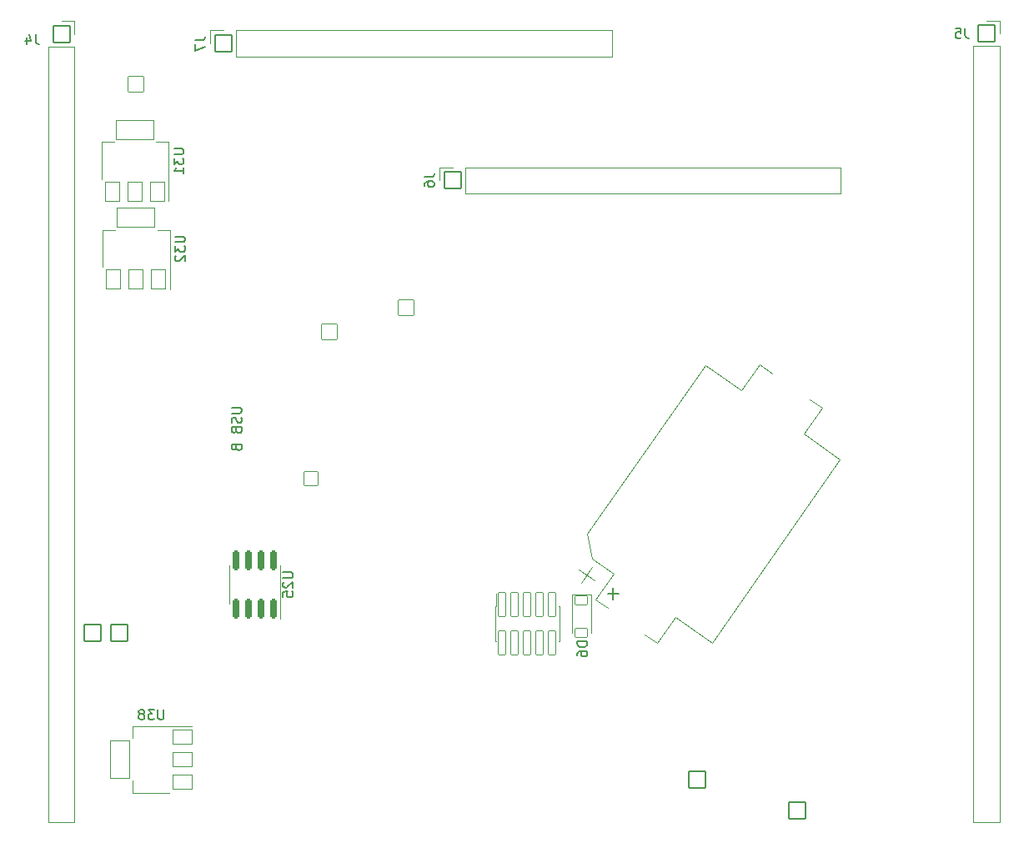
<source format=gbr>
%TF.GenerationSoftware,KiCad,Pcbnew,(6.0.1)*%
%TF.CreationDate,2023-10-27T01:40:01+01:00*%
%TF.ProjectId,polygonus-Shortage-Version,706f6c79-676f-46e7-9573-2d53686f7274,rev?*%
%TF.SameCoordinates,Original*%
%TF.FileFunction,Legend,Bot*%
%TF.FilePolarity,Positive*%
%FSLAX46Y46*%
G04 Gerber Fmt 4.6, Leading zero omitted, Abs format (unit mm)*
G04 Created by KiCad (PCBNEW (6.0.1)) date 2023-10-27 01:40:01*
%MOMM*%
%LPD*%
G01*
G04 APERTURE LIST*
G04 Aperture macros list*
%AMRoundRect*
0 Rectangle with rounded corners*
0 $1 Rounding radius*
0 $2 $3 $4 $5 $6 $7 $8 $9 X,Y pos of 4 corners*
0 Add a 4 corners polygon primitive as box body*
4,1,4,$2,$3,$4,$5,$6,$7,$8,$9,$2,$3,0*
0 Add four circle primitives for the rounded corners*
1,1,$1+$1,$2,$3*
1,1,$1+$1,$4,$5*
1,1,$1+$1,$6,$7*
1,1,$1+$1,$8,$9*
0 Add four rect primitives between the rounded corners*
20,1,$1+$1,$2,$3,$4,$5,0*
20,1,$1+$1,$4,$5,$6,$7,0*
20,1,$1+$1,$6,$7,$8,$9,0*
20,1,$1+$1,$8,$9,$2,$3,0*%
G04 Aperture macros list end*
%ADD10C,0.150000*%
%ADD11C,0.200000*%
%ADD12C,0.120000*%
%ADD13RoundRect,0.048000X-0.850000X-0.850000X0.850000X-0.850000X0.850000X0.850000X-0.850000X0.850000X0*%
%ADD14RoundRect,0.048000X0.800000X0.800000X-0.800000X0.800000X-0.800000X-0.800000X0.800000X-0.800000X0*%
%ADD15C,1.696000*%
%ADD16RoundRect,0.048000X0.850000X-0.850000X0.850000X0.850000X-0.850000X0.850000X-0.850000X-0.850000X0*%
%ADD17O,1.796000X1.796000*%
%ADD18RoundRect,0.048000X0.800000X-0.800000X0.800000X0.800000X-0.800000X0.800000X-0.800000X-0.800000X0*%
%ADD19RoundRect,0.048000X-0.700000X0.700000X-0.700000X-0.700000X0.700000X-0.700000X0.700000X0.700000X0*%
%ADD20C,1.496000*%
%ADD21C,3.096000*%
%ADD22C,1.086600*%
%ADD23RoundRect,0.048000X-0.370000X1.200000X-0.370000X-1.200000X0.370000X-1.200000X0.370000X1.200000X0*%
%ADD24RoundRect,0.048000X-0.728824X2.097335X-2.220123X-0.032460X0.728824X-2.097335X2.220123X0.032460X0*%
%ADD25RoundRect,0.198000X0.150000X-0.825000X0.150000X0.825000X-0.150000X0.825000X-0.150000X-0.825000X0*%
%ADD26RoundRect,0.048000X0.750000X-1.000000X0.750000X1.000000X-0.750000X1.000000X-0.750000X-1.000000X0*%
%ADD27RoundRect,0.048000X1.900000X-1.000000X1.900000X1.000000X-1.900000X1.000000X-1.900000X-1.000000X0*%
%ADD28RoundRect,0.048000X0.850000X0.850000X-0.850000X0.850000X-0.850000X-0.850000X0.850000X-0.850000X0*%
%ADD29RoundRect,0.048000X1.000000X0.750000X-1.000000X0.750000X-1.000000X-0.750000X1.000000X-0.750000X0*%
%ADD30RoundRect,0.048000X1.000000X1.900000X-1.000000X1.900000X-1.000000X-1.900000X1.000000X-1.900000X0*%
%ADD31RoundRect,0.048000X-0.850000X0.850000X-0.850000X-0.850000X0.850000X-0.850000X0.850000X0.850000X0*%
%ADD32RoundRect,0.048000X-0.600000X0.450000X-0.600000X-0.450000X0.600000X-0.450000X0.600000X0.450000X0*%
G04 APERTURE END LIST*
D10*
X78655380Y-95295142D02*
X79464904Y-95295142D01*
X79560142Y-95342761D01*
X79607761Y-95390380D01*
X79655380Y-95485619D01*
X79655380Y-95676095D01*
X79607761Y-95771333D01*
X79560142Y-95818952D01*
X79464904Y-95866571D01*
X78655380Y-95866571D01*
X79607761Y-96295142D02*
X79655380Y-96438000D01*
X79655380Y-96676095D01*
X79607761Y-96771333D01*
X79560142Y-96818952D01*
X79464904Y-96866571D01*
X79369666Y-96866571D01*
X79274428Y-96818952D01*
X79226809Y-96771333D01*
X79179190Y-96676095D01*
X79131571Y-96485619D01*
X79083952Y-96390380D01*
X79036333Y-96342761D01*
X78941095Y-96295142D01*
X78845857Y-96295142D01*
X78750619Y-96342761D01*
X78703000Y-96390380D01*
X78655380Y-96485619D01*
X78655380Y-96723714D01*
X78703000Y-96866571D01*
X79131571Y-97628476D02*
X79179190Y-97771333D01*
X79226809Y-97818952D01*
X79322047Y-97866571D01*
X79464904Y-97866571D01*
X79560142Y-97818952D01*
X79607761Y-97771333D01*
X79655380Y-97676095D01*
X79655380Y-97295142D01*
X78655380Y-97295142D01*
X78655380Y-97628476D01*
X78703000Y-97723714D01*
X78750619Y-97771333D01*
X78845857Y-97818952D01*
X78941095Y-97818952D01*
X79036333Y-97771333D01*
X79083952Y-97723714D01*
X79131571Y-97628476D01*
X79131571Y-97295142D01*
X79131571Y-99390380D02*
X79179190Y-99533238D01*
X79226809Y-99580857D01*
X79322047Y-99628476D01*
X79464904Y-99628476D01*
X79560142Y-99580857D01*
X79607761Y-99533238D01*
X79655380Y-99438000D01*
X79655380Y-99057047D01*
X78655380Y-99057047D01*
X78655380Y-99390380D01*
X78703000Y-99485619D01*
X78750619Y-99533238D01*
X78845857Y-99580857D01*
X78941095Y-99580857D01*
X79036333Y-99533238D01*
X79083952Y-99485619D01*
X79131571Y-99390380D01*
X79131571Y-99057047D01*
D11*
X117954807Y-114199198D02*
X116811950Y-114199198D01*
X117383379Y-114770627D02*
X117383379Y-113627770D01*
D10*
%TO.C,U25*%
X83867436Y-112019099D02*
X84676960Y-112019099D01*
X84772198Y-112066718D01*
X84819817Y-112114337D01*
X84867436Y-112209575D01*
X84867436Y-112400052D01*
X84819817Y-112495290D01*
X84772198Y-112542909D01*
X84676960Y-112590528D01*
X83867436Y-112590528D01*
X83962675Y-113019099D02*
X83915056Y-113066718D01*
X83867436Y-113161956D01*
X83867436Y-113400052D01*
X83915056Y-113495290D01*
X83962675Y-113542909D01*
X84057913Y-113590528D01*
X84153151Y-113590528D01*
X84296008Y-113542909D01*
X84867436Y-112971480D01*
X84867436Y-113590528D01*
X83867436Y-114495290D02*
X83867436Y-114019099D01*
X84343627Y-113971480D01*
X84296008Y-114019099D01*
X84248389Y-114114337D01*
X84248389Y-114352433D01*
X84296008Y-114447671D01*
X84343627Y-114495290D01*
X84438865Y-114542909D01*
X84676960Y-114542909D01*
X84772198Y-114495290D01*
X84819817Y-114447671D01*
X84867436Y-114352433D01*
X84867436Y-114114337D01*
X84819817Y-114019099D01*
X84772198Y-113971480D01*
%TO.C,U32*%
X72905790Y-77913099D02*
X73715314Y-77913099D01*
X73810552Y-77960718D01*
X73858171Y-78008337D01*
X73905790Y-78103575D01*
X73905790Y-78294052D01*
X73858171Y-78389290D01*
X73810552Y-78436909D01*
X73715314Y-78484528D01*
X72905790Y-78484528D01*
X72905790Y-78865480D02*
X72905790Y-79484528D01*
X73286743Y-79151195D01*
X73286743Y-79294052D01*
X73334362Y-79389290D01*
X73381981Y-79436909D01*
X73477219Y-79484528D01*
X73715314Y-79484528D01*
X73810552Y-79436909D01*
X73858171Y-79389290D01*
X73905790Y-79294052D01*
X73905790Y-79008337D01*
X73858171Y-78913099D01*
X73810552Y-78865480D01*
X73001029Y-79865480D02*
X72953410Y-79913099D01*
X72905790Y-80008337D01*
X72905790Y-80246433D01*
X72953410Y-80341671D01*
X73001029Y-80389290D01*
X73096267Y-80436909D01*
X73191505Y-80436909D01*
X73334362Y-80389290D01*
X73905790Y-79817861D01*
X73905790Y-80436909D01*
%TO.C,J4*%
X58730994Y-57383141D02*
X58730994Y-58097427D01*
X58778613Y-58240284D01*
X58873851Y-58335522D01*
X59016708Y-58383141D01*
X59111946Y-58383141D01*
X57826232Y-57716475D02*
X57826232Y-58383141D01*
X58064327Y-57335522D02*
X58302422Y-58049808D01*
X57683375Y-58049808D01*
%TO.C,U31*%
X72798581Y-69001245D02*
X73608105Y-69001245D01*
X73703343Y-69048864D01*
X73750962Y-69096483D01*
X73798581Y-69191721D01*
X73798581Y-69382198D01*
X73750962Y-69477436D01*
X73703343Y-69525055D01*
X73608105Y-69572674D01*
X72798581Y-69572674D01*
X72798581Y-69953626D02*
X72798581Y-70572674D01*
X73179534Y-70239341D01*
X73179534Y-70382198D01*
X73227153Y-70477436D01*
X73274772Y-70525055D01*
X73370010Y-70572674D01*
X73608105Y-70572674D01*
X73703343Y-70525055D01*
X73750962Y-70477436D01*
X73798581Y-70382198D01*
X73798581Y-70096483D01*
X73750962Y-70001245D01*
X73703343Y-69953626D01*
X73798581Y-71525055D02*
X73798581Y-70953626D01*
X73798581Y-71239341D02*
X72798581Y-71239341D01*
X72941439Y-71144102D01*
X73036677Y-71048864D01*
X73084296Y-70953626D01*
%TO.C,U38*%
X71741356Y-125974520D02*
X71741356Y-126784044D01*
X71693737Y-126879282D01*
X71646118Y-126926901D01*
X71550880Y-126974520D01*
X71360403Y-126974520D01*
X71265165Y-126926901D01*
X71217546Y-126879282D01*
X71169927Y-126784044D01*
X71169927Y-125974520D01*
X70788975Y-125974520D02*
X70169927Y-125974520D01*
X70503261Y-126355473D01*
X70360403Y-126355473D01*
X70265165Y-126403092D01*
X70217546Y-126450711D01*
X70169927Y-126545949D01*
X70169927Y-126784044D01*
X70217546Y-126879282D01*
X70265165Y-126926901D01*
X70360403Y-126974520D01*
X70646118Y-126974520D01*
X70741356Y-126926901D01*
X70788975Y-126879282D01*
X69598499Y-126403092D02*
X69693737Y-126355473D01*
X69741356Y-126307854D01*
X69788975Y-126212616D01*
X69788975Y-126164997D01*
X69741356Y-126069759D01*
X69693737Y-126022140D01*
X69598499Y-125974520D01*
X69408022Y-125974520D01*
X69312784Y-126022140D01*
X69265165Y-126069759D01*
X69217546Y-126164997D01*
X69217546Y-126212616D01*
X69265165Y-126307854D01*
X69312784Y-126355473D01*
X69408022Y-126403092D01*
X69598499Y-126403092D01*
X69693737Y-126450711D01*
X69741356Y-126498330D01*
X69788975Y-126593568D01*
X69788975Y-126784044D01*
X69741356Y-126879282D01*
X69693737Y-126926901D01*
X69598499Y-126974520D01*
X69408022Y-126974520D01*
X69312784Y-126926901D01*
X69265165Y-126879282D01*
X69217546Y-126784044D01*
X69217546Y-126593568D01*
X69265165Y-126498330D01*
X69312784Y-126450711D01*
X69408022Y-126403092D01*
%TO.C,J6*%
X98204666Y-71879637D02*
X98918952Y-71879637D01*
X99061809Y-71832018D01*
X99157047Y-71736780D01*
X99204666Y-71593923D01*
X99204666Y-71498685D01*
X98204666Y-72784399D02*
X98204666Y-72593923D01*
X98252286Y-72498685D01*
X98299905Y-72451066D01*
X98442762Y-72355828D01*
X98633238Y-72308209D01*
X99014190Y-72308209D01*
X99109428Y-72355828D01*
X99157047Y-72403447D01*
X99204666Y-72498685D01*
X99204666Y-72689161D01*
X99157047Y-72784399D01*
X99109428Y-72832018D01*
X99014190Y-72879637D01*
X98776095Y-72879637D01*
X98680857Y-72832018D01*
X98633238Y-72784399D01*
X98585619Y-72689161D01*
X98585619Y-72498685D01*
X98633238Y-72403447D01*
X98680857Y-72355828D01*
X98776095Y-72308209D01*
%TO.C,D6*%
X114746592Y-119056309D02*
X113746592Y-119056309D01*
X113746592Y-119294405D01*
X113794212Y-119437262D01*
X113889450Y-119532500D01*
X113984688Y-119580119D01*
X114175164Y-119627738D01*
X114318021Y-119627738D01*
X114508497Y-119580119D01*
X114603735Y-119532500D01*
X114698973Y-119437262D01*
X114746592Y-119294405D01*
X114746592Y-119056309D01*
X113746592Y-120484881D02*
X113746592Y-120294405D01*
X113794212Y-120199166D01*
X113841831Y-120151547D01*
X113984688Y-120056309D01*
X114175164Y-120008690D01*
X114556116Y-120008690D01*
X114651354Y-120056309D01*
X114698973Y-120103928D01*
X114746592Y-120199166D01*
X114746592Y-120389643D01*
X114698973Y-120484881D01*
X114651354Y-120532500D01*
X114556116Y-120580119D01*
X114318021Y-120580119D01*
X114222783Y-120532500D01*
X114175164Y-120484881D01*
X114127545Y-120389643D01*
X114127545Y-120199166D01*
X114175164Y-120103928D01*
X114222783Y-120056309D01*
X114318021Y-120008690D01*
%TO.C,J5*%
X153132376Y-56782601D02*
X153132376Y-57496887D01*
X153179995Y-57639744D01*
X153275233Y-57734982D01*
X153418090Y-57782601D01*
X153513328Y-57782601D01*
X152179995Y-56782601D02*
X152656185Y-56782601D01*
X152703804Y-57258792D01*
X152656185Y-57211173D01*
X152560947Y-57163554D01*
X152322852Y-57163554D01*
X152227614Y-57211173D01*
X152179995Y-57258792D01*
X152132376Y-57354030D01*
X152132376Y-57592125D01*
X152179995Y-57687363D01*
X152227614Y-57734982D01*
X152322852Y-57782601D01*
X152560947Y-57782601D01*
X152656185Y-57734982D01*
X152703804Y-57687363D01*
%TO.C,J7*%
X74928380Y-57987754D02*
X75642666Y-57987754D01*
X75785523Y-57940135D01*
X75880761Y-57844897D01*
X75928380Y-57702040D01*
X75928380Y-57606802D01*
X74928380Y-58368707D02*
X74928380Y-59035373D01*
X75928380Y-58606802D01*
D12*
%TO.C,J8*%
X105432000Y-115485000D02*
X105432000Y-119015000D01*
X111902000Y-115485000D02*
X111902000Y-119015000D01*
X111837000Y-115485000D02*
X111902000Y-115485000D01*
X105432000Y-119015000D02*
X105497000Y-119015000D01*
X111837000Y-119015000D02*
X111902000Y-119015000D01*
X105432000Y-115485000D02*
X105497000Y-115485000D01*
X105497000Y-114160000D02*
X105497000Y-115485000D01*
%TO.C,BT1*%
X115206462Y-110598450D02*
X117418172Y-112147106D01*
X117418172Y-112147106D02*
X115582727Y-114768393D01*
X140432012Y-100549988D02*
X136745828Y-97968894D01*
X123725643Y-116563645D02*
X121890198Y-119184932D01*
X114764425Y-108091539D02*
X115206462Y-110598450D01*
X126752173Y-90971261D02*
X130438357Y-93552355D01*
X138581273Y-95347607D02*
X137311587Y-94458564D01*
X115529746Y-112839094D02*
X113891442Y-111691942D01*
X115582727Y-114768393D02*
X116852413Y-115657436D01*
X132273802Y-90931068D02*
X133543487Y-91820112D01*
X127411827Y-119144739D02*
X140432012Y-100549988D01*
X127411827Y-119144739D02*
X123725643Y-116563645D01*
X121890198Y-119184932D02*
X120620513Y-118295888D01*
X136745828Y-97968894D02*
X138581273Y-95347607D01*
X126752173Y-90971261D02*
X114764425Y-108091539D01*
X115284170Y-111446366D02*
X114137018Y-113084670D01*
X130438357Y-93552355D02*
X132273802Y-90931068D01*
%TO.C,U25*%
X83575056Y-113257195D02*
X83575056Y-116707195D01*
X78455056Y-113257195D02*
X78455056Y-111307195D01*
X83575056Y-113257195D02*
X83575056Y-111307195D01*
X78455056Y-113257195D02*
X78455056Y-115207195D01*
%TO.C,U32*%
X72363410Y-77241195D02*
X71103410Y-77241195D01*
X65543410Y-81001195D02*
X65543410Y-77241195D01*
X72363410Y-83251195D02*
X72363410Y-77241195D01*
X65543410Y-77241195D02*
X66803410Y-77241195D01*
%TO.C,J4*%
X62693317Y-58605316D02*
X60033317Y-58605316D01*
X60033317Y-58605316D02*
X60033317Y-137405316D01*
X62693317Y-58605316D02*
X62693317Y-137405316D01*
X62693317Y-56005316D02*
X61363317Y-56005316D01*
X62693317Y-137405316D02*
X60033317Y-137405316D01*
X62693317Y-57335316D02*
X62693317Y-56005316D01*
%TO.C,U31*%
X65436201Y-68329341D02*
X66696201Y-68329341D01*
X65436201Y-72089341D02*
X65436201Y-68329341D01*
X72256201Y-68329341D02*
X70996201Y-68329341D01*
X72256201Y-74339341D02*
X72256201Y-68329341D01*
%TO.C,U38*%
X68593261Y-127612140D02*
X68593261Y-128872140D01*
X72353261Y-134432140D02*
X68593261Y-134432140D01*
X74603261Y-127612140D02*
X68593261Y-127612140D01*
X68593261Y-134432140D02*
X68593261Y-133172140D01*
%TO.C,J6*%
X140512286Y-70882971D02*
X140512286Y-73542971D01*
X101082286Y-70882971D02*
X99752286Y-70882971D01*
X102352286Y-73542971D02*
X140512286Y-73542971D01*
X102352286Y-70882971D02*
X140512286Y-70882971D01*
X99752286Y-70882971D02*
X99752286Y-72212971D01*
X102352286Y-70882971D02*
X102352286Y-73542971D01*
%TO.C,D6*%
X113184431Y-114276731D02*
X113184431Y-118176731D01*
X115184431Y-114276731D02*
X115184431Y-118176731D01*
X113184431Y-114276731D02*
X115184431Y-114276731D01*
%TO.C,J5*%
X156606000Y-56000221D02*
X155276000Y-56000221D01*
X156606000Y-57330221D02*
X156606000Y-56000221D01*
X153946000Y-58600221D02*
X153946000Y-137400221D01*
X156606000Y-137400221D02*
X153946000Y-137400221D01*
X156606000Y-58600221D02*
X156606000Y-137400221D01*
X156606000Y-58600221D02*
X153946000Y-58600221D01*
%TO.C,J7*%
X79076000Y-56991088D02*
X79076000Y-59651088D01*
X77806000Y-56991088D02*
X76476000Y-56991088D01*
X117236000Y-56991088D02*
X117236000Y-59651088D01*
X76476000Y-56991088D02*
X76476000Y-58321088D01*
X79076000Y-56991088D02*
X117236000Y-56991088D01*
X79076000Y-59651088D02*
X117236000Y-59651088D01*
%TD*%
%LPC*%
D13*
%TO.C,J16*%
X67258834Y-118181164D03*
%TD*%
%TO.C,J15*%
X64502327Y-118189319D03*
%TD*%
D14*
%TO.C,C6*%
X96348000Y-85119000D03*
D15*
X92848000Y-85119000D03*
%TD*%
D14*
%TO.C,J13*%
X88610209Y-87595853D03*
D15*
X86110209Y-87595853D03*
X83610209Y-87595853D03*
X81110209Y-87595853D03*
X78610209Y-87595853D03*
%TD*%
D16*
%TO.C,J11*%
X125881501Y-133044837D03*
D17*
X128421501Y-133044837D03*
X130961501Y-133044837D03*
X133501501Y-133044837D03*
X136041501Y-133044837D03*
X138581501Y-133044837D03*
%TD*%
D18*
%TO.C,C1*%
X68916000Y-62423028D03*
D15*
X68916000Y-58923028D03*
%TD*%
D16*
%TO.C,J12*%
X136088339Y-136214983D03*
D17*
X138628339Y-136214983D03*
%TD*%
D19*
%TO.C,J14*%
X86696000Y-102518000D03*
D20*
X86696000Y-100018000D03*
X83496000Y-100018000D03*
X83496000Y-102518000D03*
D21*
X83986000Y-107288000D03*
X83986000Y-95248000D03*
%TD*%
D22*
%TO.C,J9*%
X89236000Y-120679000D03*
X90252000Y-115599000D03*
X88220000Y-115599000D03*
%TD*%
D23*
%TO.C,J8*%
X106127000Y-115300000D03*
X106127000Y-119200000D03*
X107397000Y-115300000D03*
X107397000Y-119200000D03*
X108667000Y-115300000D03*
X108667000Y-119200000D03*
X109937000Y-115300000D03*
X109937000Y-119200000D03*
X111207000Y-115300000D03*
X111207000Y-119200000D03*
%TD*%
D24*
%TO.C,BT1*%
X118679105Y-117058577D03*
X135484895Y-93057423D03*
%TD*%
D25*
%TO.C,U25*%
X82920056Y-115732195D03*
X81650056Y-115732195D03*
X80380056Y-115732195D03*
X79110056Y-115732195D03*
X79110056Y-110782195D03*
X80380056Y-110782195D03*
X81650056Y-110782195D03*
X82920056Y-110782195D03*
%TD*%
D26*
%TO.C,U32*%
X71253410Y-82301195D03*
X68953410Y-82301195D03*
X66653410Y-82301195D03*
D27*
X68953410Y-76001195D03*
%TD*%
D28*
%TO.C,J4*%
X61363317Y-57335316D03*
D17*
X61363317Y-59875316D03*
X61363317Y-62415316D03*
X61363317Y-64955316D03*
X61363317Y-67495316D03*
X61363317Y-70035316D03*
X61363317Y-72575316D03*
X61363317Y-75115316D03*
X61363317Y-77655316D03*
X61363317Y-80195316D03*
X61363317Y-82735316D03*
X61363317Y-85275316D03*
X61363317Y-87815316D03*
X61363317Y-90355316D03*
X61363317Y-92895316D03*
X61363317Y-95435316D03*
X61363317Y-97975316D03*
X61363317Y-100515316D03*
X61363317Y-103055316D03*
X61363317Y-105595316D03*
X61363317Y-108135316D03*
X61363317Y-110675316D03*
X61363317Y-113215316D03*
X61363317Y-115755316D03*
X61363317Y-118295316D03*
X61363317Y-120835316D03*
X61363317Y-123375316D03*
X61363317Y-125915316D03*
X61363317Y-128455316D03*
X61363317Y-130995316D03*
X61363317Y-133535316D03*
X61363317Y-136075316D03*
%TD*%
D26*
%TO.C,U31*%
X71146201Y-73389341D03*
X68846201Y-73389341D03*
X66546201Y-73389341D03*
D27*
X68846201Y-67089341D03*
%TD*%
D29*
%TO.C,U38*%
X73653261Y-128722140D03*
X73653261Y-131022140D03*
X73653261Y-133322140D03*
D30*
X67353261Y-131022140D03*
%TD*%
D31*
%TO.C,J6*%
X101082286Y-72212971D03*
D17*
X103622286Y-72212971D03*
X106162286Y-72212971D03*
X108702286Y-72212971D03*
X111242286Y-72212971D03*
X113782286Y-72212971D03*
X116322286Y-72212971D03*
X118862286Y-72212971D03*
X121402286Y-72212971D03*
X123942286Y-72212971D03*
X126482286Y-72212971D03*
X129022286Y-72212971D03*
X131562286Y-72212971D03*
X134102286Y-72212971D03*
X136642286Y-72212971D03*
X139182286Y-72212971D03*
%TD*%
D32*
%TO.C,D6*%
X114184431Y-114876731D03*
X114184431Y-118176731D03*
%TD*%
D28*
%TO.C,J5*%
X155276000Y-57330221D03*
D17*
X155276000Y-59870221D03*
X155276000Y-62410221D03*
X155276000Y-64950221D03*
X155276000Y-67490221D03*
X155276000Y-70030221D03*
X155276000Y-72570221D03*
X155276000Y-75110221D03*
X155276000Y-77650221D03*
X155276000Y-80190221D03*
X155276000Y-82730221D03*
X155276000Y-85270221D03*
X155276000Y-87810221D03*
X155276000Y-90350221D03*
X155276000Y-92890221D03*
X155276000Y-95430221D03*
X155276000Y-97970221D03*
X155276000Y-100510221D03*
X155276000Y-103050221D03*
X155276000Y-105590221D03*
X155276000Y-108130221D03*
X155276000Y-110670221D03*
X155276000Y-113210221D03*
X155276000Y-115750221D03*
X155276000Y-118290221D03*
X155276000Y-120830221D03*
X155276000Y-123370221D03*
X155276000Y-125910221D03*
X155276000Y-128450221D03*
X155276000Y-130990221D03*
X155276000Y-133530221D03*
X155276000Y-136070221D03*
%TD*%
D31*
%TO.C,J7*%
X77806000Y-58321088D03*
D17*
X80346000Y-58321088D03*
X82886000Y-58321088D03*
X85426000Y-58321088D03*
X87966000Y-58321088D03*
X90506000Y-58321088D03*
X93046000Y-58321088D03*
X95586000Y-58321088D03*
X98126000Y-58321088D03*
X100666000Y-58321088D03*
X103206000Y-58321088D03*
X105746000Y-58321088D03*
X108286000Y-58321088D03*
X110826000Y-58321088D03*
X113366000Y-58321088D03*
X115906000Y-58321088D03*
%TD*%
M02*

</source>
